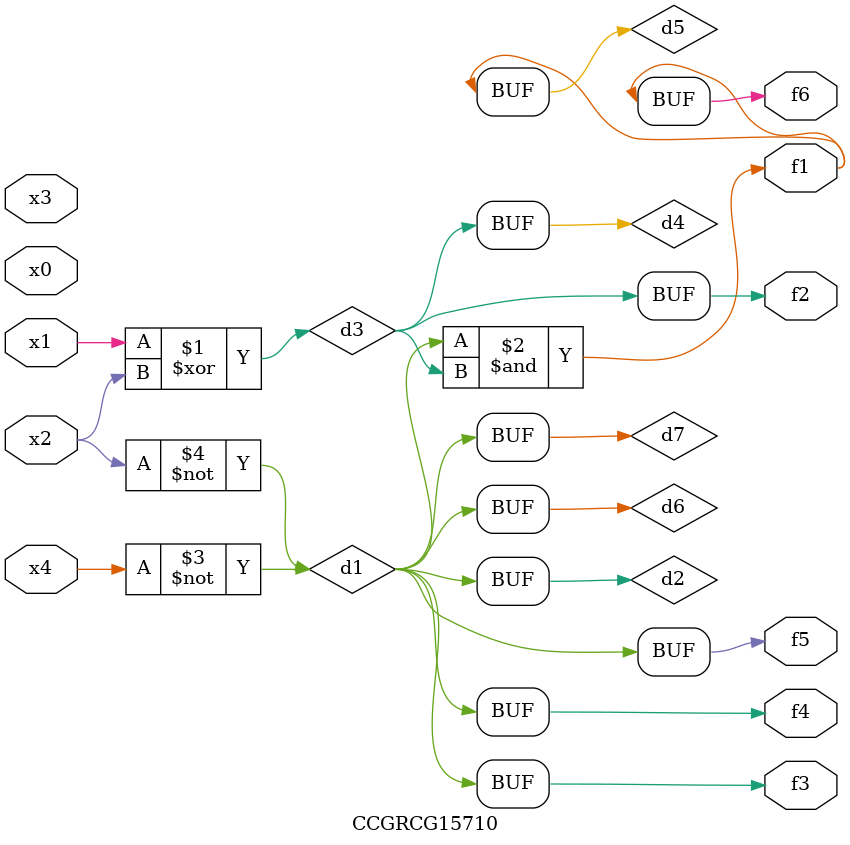
<source format=v>
module CCGRCG15710(
	input x0, x1, x2, x3, x4,
	output f1, f2, f3, f4, f5, f6
);

	wire d1, d2, d3, d4, d5, d6, d7;

	not (d1, x4);
	not (d2, x2);
	xor (d3, x1, x2);
	buf (d4, d3);
	and (d5, d1, d3);
	buf (d6, d1, d2);
	buf (d7, d2);
	assign f1 = d5;
	assign f2 = d4;
	assign f3 = d7;
	assign f4 = d7;
	assign f5 = d7;
	assign f6 = d5;
endmodule

</source>
